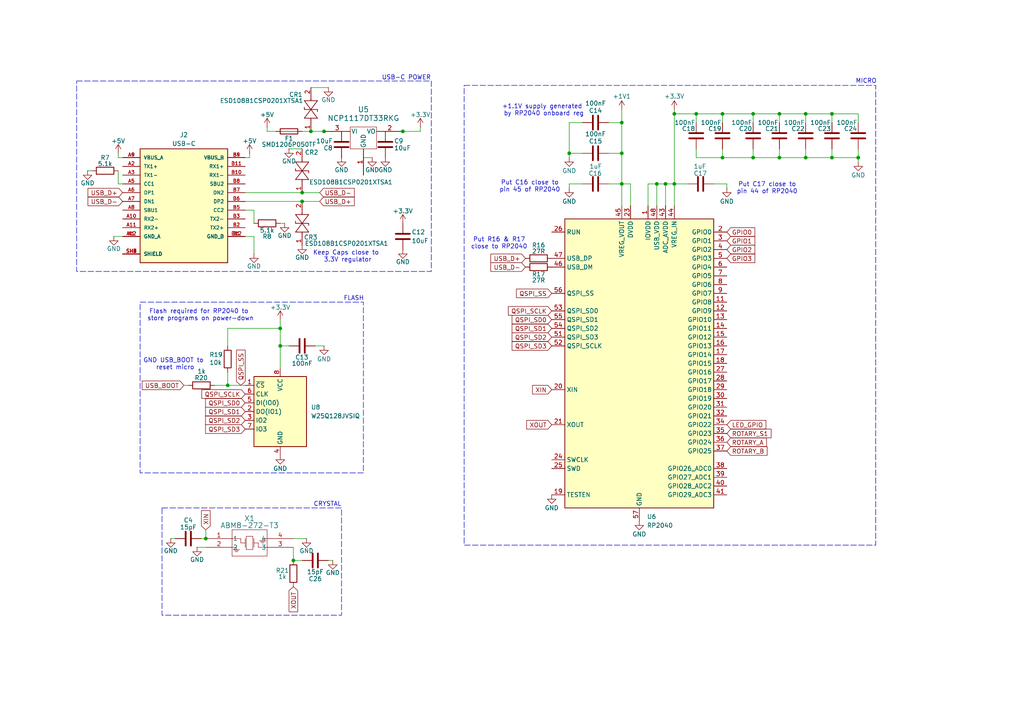
<source format=kicad_sch>
(kicad_sch (version 20231120) (generator "eeschema") (generator_version "8.0")
  (paper "A4")
  (title_block (title "SwiftK") (date "2024-10-24") (rev "v2.0.0") (company "Rullo Co."))
  (lib_symbols
    (symbol "Abracon_LLC_ABM8-272-T3:ABM8-272-T3" (pin_names (offset 0.254))
      (property "Reference" "X" (at 12.7 7.62 0))
      (property "Value" "ABM8-272-T3" (at 12.7 5.08 0))
      (symbol "ABM8-272-T3_0_1"
        (polyline (pts (xy 7.62 -5.08) (xy 17.78 -5.08)) (stroke (width 0.127)))
        (polyline (pts (xy 7.62 -2.54) (xy 8.89 -2.54)) (stroke (width 0.127)))
        (polyline (pts (xy 7.62 2.54) (xy 7.62 -5.08)) (stroke (width 0.127)))
        (polyline (pts (xy 7.9375 -3.175) (xy 9.8425 -3.175)) (stroke (width 0.127)))
        (polyline (pts (xy 8.255 -3.4925) (xy 9.525 -3.4925)) (stroke (width 0.127)))
        (polyline (pts (xy 8.5725 -3.81) (xy 9.2075 -3.81)) (stroke (width 0.127)))
        (polyline (pts (xy 8.89 -2.54) (xy 8.89 -3.175)) (stroke (width 0.127)))
        (polyline (pts (xy 10.16 -1.27) (xy 10.16 0)) (stroke (width 0.127)))
        (polyline (pts (xy 10.16 0) (xy 7.62 0)) (stroke (width 0.127)))
        (polyline (pts (xy 11.43 -1.27) (xy 10.16 -1.27)) (stroke (width 0.127)))
        (polyline (pts (xy 11.43 0) (xy 11.43 -2.54)) (stroke (width 0.127)))
        (polyline (pts (xy 11.7475 -3.175) (xy 13.6525 -3.175)) (stroke (width 0.127)))
        (polyline (pts (xy 11.7475 0.635) (xy 11.7475 -3.175)) (stroke (width 0.127)))
        (polyline (pts (xy 13.6525 -3.175) (xy 13.6525 0.635)) (stroke (width 0.127)))
        (polyline (pts (xy 13.6525 0.635) (xy 11.7475 0.635)) (stroke (width 0.127)))
        (polyline (pts (xy 13.97 -1.27) (xy 15.24 -1.27)) (stroke (width 0.127)))
        (polyline (pts (xy 13.97 0) (xy 13.97 -2.54)) (stroke (width 0.127)))
        (polyline (pts (xy 15.24 -2.54) (xy 17.78 -2.54)) (stroke (width 0.127)))
        (polyline (pts (xy 15.24 -1.27) (xy 15.24 -2.54)) (stroke (width 0.127)))
        (polyline (pts (xy 16.51 0) (xy 16.51 -0.635)) (stroke (width 0.127)))
        (polyline (pts (xy 16.8275 -1.27) (xy 16.1925 -1.27)) (stroke (width 0.127)))
        (polyline (pts (xy 17.145 -0.9525) (xy 15.875 -0.9525)) (stroke (width 0.127)))
        (polyline (pts (xy 17.4625 -0.635) (xy 15.5575 -0.635)) (stroke (width 0.127)))
        (polyline (pts (xy 17.78 -5.08) (xy 17.78 2.54)) (stroke (width 0.127)))
        (polyline (pts (xy 17.78 0) (xy 16.51 0)) (stroke (width 0.127)))
        (polyline (pts (xy 17.78 2.54) (xy 7.62 2.54)) (stroke (width 0.127)))
        (pin unspecified line (at 0 0 0) (length 7.62) (name "1") (number "1"))
        (pin unspecified line (at 0 -2.54 0) (length 7.62) (name "2") (number "2"))
        (pin unspecified line (at 25.4 -2.54 180) (length 7.62) (name "3") (number "3"))
        (pin unspecified line (at 25.4 0 180) (length 7.62) (name "4") (number "4"))
      )
    )
    (symbol "Device:C" (pin_numbers hide) (pin_names (offset 0.254))
      (property "Reference" "C" (at 0.635 2.54 0))
      (property "Value" "C" (at 0.635 -2.54 0))
      (symbol "C_0_1"
        (polyline (pts (xy -2.032 -0.762) (xy 2.032 -0.762)) (stroke (width 0.508)))
        (polyline (pts (xy -2.032 0.762) (xy 2.032 0.762)) (stroke (width 0.508)))
      )
      (symbol "C_1_1"
        (pin passive line (at 0 3.81 270) (length 2.794) (name "~") (number "1"))
        (pin passive line (at 0 -3.81 90) (length 2.794) (name "~") (number "2"))
      )
    )
    (symbol "Device:Fuse" (pin_numbers hide) (pin_names (offset 0))
      (property "Reference" "F" (at 2.032 0 90))
      (property "Value" "Fuse" (at -1.905 0 90))
      (symbol "Fuse_0_1"
        (rectangle (start -0.762 -2.54) (end 0.762 2.54) (stroke (width 0.254)))
        (polyline (pts (xy 0 2.54) (xy 0 -2.54)))
      )
      (symbol "Fuse_1_1"
        (pin passive line (at 0 3.81 270) (length 1.27) (name "~") (number "1"))
        (pin passive line (at 0 -3.81 90) (length 1.27) (name "~") (number "2"))
      )
    )
    (symbol "Device:R" (pin_numbers hide) (pin_names (offset 0))
      (property "Reference" "R" (at 2.032 0 90))
      (property "Value" "R" (at 0 0 90))
      (symbol "R_0_1"
        (rectangle (start -1.016 -2.54) (end 1.016 2.54) (stroke (width 0.254)))
      )
      (symbol "R_1_1"
        (pin passive line (at 0 3.81 270) (length 1.27) (name "~") (number "1"))
        (pin passive line (at 0 -3.81 90) (length 1.27) (name "~") (number "2"))
      )
    )
    (symbol "Infineon_ESD108B1CSP0201XTSA1:ESD108B1CSP0201XTSA1" (pin_names (offset 0.254))
      (property "Reference" "CR" (at 6.35 5.08 0))
      (property "Value" "ESD108B1CSP0201XTSA1" (at 6.35 -3.81 0))
      (symbol "ESD108B1CSP0201XTSA1_0_1"
        (polyline (pts (xy 2.54 0) (xy 3.4798 0)) (stroke (width 0.2032)))
        (polyline (pts (xy 3.175 0) (xy 3.81 0)) (stroke (width 0.2032)))
        (polyline (pts (xy 3.81 -1.905) (xy 6.35 0)) (stroke (width 0.2032)))
        (polyline (pts (xy 3.81 1.905) (xy 3.81 -1.905)) (stroke (width 0.2032)))
        (polyline (pts (xy 6.35 -1.905) (xy 5.715 -1.905)) (stroke (width 0.2032)))
        (polyline (pts (xy 6.35 0) (xy 3.81 1.905)) (stroke (width 0.2032)))
        (polyline (pts (xy 6.35 0) (xy 8.89 -1.905)) (stroke (width 0.2032)))
        (polyline (pts (xy 6.35 1.905) (xy 6.35 -1.905)) (stroke (width 0.2032)))
        (polyline (pts (xy 6.35 1.905) (xy 6.985 1.905)) (stroke (width 0.2032)))
        (polyline (pts (xy 8.89 -1.905) (xy 8.89 1.905)) (stroke (width 0.2032)))
        (polyline (pts (xy 8.89 1.905) (xy 6.35 0)) (stroke (width 0.2032)))
        (polyline (pts (xy 9.525 0) (xy 8.89 0)) (stroke (width 0.2032)))
        (polyline (pts (xy 10.16 0) (xy 9.2202 0)) (stroke (width 0.2032)))
        (pin unspecified line (at 12.7 0 180) (length 2.54) (name "") (number "1"))
        (pin unspecified line (at 0 0 0) (length 2.54) (name "") (number "2"))
      )
    )
    (symbol "MCU_RaspberryPi:RP2040"
      (property "Reference" "U" (at 17.78 45.72 0))
      (property "Value" "RP2040" (at 17.78 43.18 0))
      (symbol "RP2040_0_1"
        (rectangle (start -21.59 41.91) (end 21.59 -41.91) (stroke (width 0.254)) (fill (type background)))
      )
      (symbol "RP2040_1_1"
        (pin power_in line (at 2.54 45.72 270) (length 3.81) (name "IOVDD") (number "1"))
        (pin passive line (at 2.54 45.72 270) (length 3.81) hide (name "IOVDD") (number "10"))
        (pin bidirectional line (at 25.4 17.78 180) (length 3.81) (name "GPIO8") (number "11"))
        (pin bidirectional line (at 25.4 15.24 180) (length 3.81) (name "GPIO9") (number "12"))
        (pin bidirectional line (at 25.4 12.7 180) (length 3.81) (name "GPIO10") (number "13"))
        (pin bidirectional line (at 25.4 10.16 180) (length 3.81) (name "GPIO11") (number "14"))
        (pin bidirectional line (at 25.4 7.62 180) (length 3.81) (name "GPIO12") (number "15"))
        (pin bidirectional line (at 25.4 5.08 180) (length 3.81) (name "GPIO13") (number "16"))
        (pin bidirectional line (at 25.4 2.54 180) (length 3.81) (name "GPIO14") (number "17"))
        (pin bidirectional line (at 25.4 0 180) (length 3.81) (name "GPIO15") (number "18"))
        (pin input line (at -25.4 -38.1 0) (length 3.81) (name "TESTEN") (number "19"))
        (pin bidirectional line (at 25.4 38.1 180) (length 3.81) (name "GPIO0") (number "2"))
        (pin input line (at -25.4 -7.62 0) (length 3.81) (name "XIN") (number "20"))
        (pin passive line (at -25.4 -17.78 0) (length 3.81) (name "XOUT") (number "21"))
        (pin passive line (at 2.54 45.72 270) (length 3.81) hide (name "IOVDD") (number "22"))
        (pin power_in line (at -2.54 45.72 270) (length 3.81) (name "DVDD") (number "23"))
        (pin input line (at -25.4 -27.94 0) (length 3.81) (name "SWCLK") (number "24"))
        (pin bidirectional line (at -25.4 -30.48 0) (length 3.81) (name "SWD") (number "25"))
        (pin input line (at -25.4 38.1 0) (length 3.81) (name "RUN") (number "26"))
        (pin bidirectional line (at 25.4 -2.54 180) (length 3.81) (name "GPIO16") (number "27"))
        (pin bidirectional line (at 25.4 -5.08 180) (length 3.81) (name "GPIO17") (number "28"))
        (pin bidirectional line (at 25.4 -7.62 180) (length 3.81) (name "GPIO18") (number "29"))
        (pin bidirectional line (at 25.4 35.56 180) (length 3.81) (name "GPIO1") (number "3"))
        (pin bidirectional line (at 25.4 -10.16 180) (length 3.81) (name "GPIO19") (number "30"))
        (pin bidirectional line (at 25.4 -12.7 180) (length 3.81) (name "GPIO20") (number "31"))
        (pin bidirectional line (at 25.4 -15.24 180) (length 3.81) (name "GPIO21") (number "32"))
        (pin passive line (at 2.54 45.72 270) (length 3.81) hide (name "IOVDD") (number "33"))
        (pin bidirectional line (at 25.4 -17.78 180) (length 3.81) (name "GPIO22") (number "34"))
        (pin bidirectional line (at 25.4 -20.32 180) (length 3.81) (name "GPIO23") (number "35"))
        (pin bidirectional line (at 25.4 -22.86 180) (length 3.81) (name "GPIO24") (number "36"))
        (pin bidirectional line (at 25.4 -25.4 180) (length 3.81) (name "GPIO25") (number "37"))
        (pin bidirectional line (at 25.4 -30.48 180) (length 3.81) (name "GPIO26_ADC0") (number "38"))
        (pin bidirectional line (at 25.4 -33.02 180) (length 3.81) (name "GPIO27_ADC1") (number "39"))
        (pin bidirectional line (at 25.4 33.02 180) (length 3.81) (name "GPIO2") (number "4"))
        (pin bidirectional line (at 25.4 -35.56 180) (length 3.81) (name "GPIO28_ADC2") (number "40"))
        (pin bidirectional line (at 25.4 -38.1 180) (length 3.81) (name "GPIO29_ADC3") (number "41"))
        (pin passive line (at 2.54 45.72 270) (length 3.81) hide (name "IOVDD") (number "42"))
        (pin power_in line (at 7.62 45.72 270) (length 3.81) (name "ADC_AVDD") (number "43"))
        (pin power_in line (at 10.16 45.72 270) (length 3.81) (name "VREG_IN") (number "44"))
        (pin power_out line (at -5.08 45.72 270) (length 3.81) (name "VREG_VOUT") (number "45"))
        (pin bidirectional line (at -25.4 27.94 0) (length 3.81) (name "USB_DM") (number "46"))
        (pin bidirectional line (at -25.4 30.48 0) (length 3.81) (name "USB_DP") (number "47"))
        (pin power_in line (at 5.08 45.72 270) (length 3.81) (name "USB_VDD") (number "48"))
        (pin passive line (at 2.54 45.72 270) (length 3.81) hide (name "IOVDD") (number "49"))
        (pin bidirectional line (at 25.4 30.48 180) (length 3.81) (name "GPIO3") (number "5"))
        (pin passive line (at -2.54 45.72 270) (length 3.81) hide (name "DVDD") (number "50"))
        (pin bidirectional line (at -25.4 7.62 0) (length 3.81) (name "QSPI_SD3") (number "51"))
        (pin output line (at -25.4 5.08 0) (length 3.81) (name "QSPI_SCLK") (number "52"))
        (pin bidirectional line (at -25.4 15.24 0) (length 3.81) (name "QSPI_SD0") (number "53"))
        (pin bidirectional line (at -25.4 10.16 0) (length 3.81) (name "QSPI_SD2") (number "54"))
        (pin bidirectional line (at -25.4 12.7 0) (length 3.81) (name "QSPI_SD1") (number "55"))
        (pin bidirectional line (at -25.4 20.32 0) (length 3.81) (name "QSPI_SS") (number "56"))
        (pin power_in line (at 0 -45.72 90) (length 3.81) (name "GND") (number "57"))
        (pin bidirectional line (at 25.4 27.94 180) (length 3.81) (name "GPIO4") (number "6"))
        (pin bidirectional line (at 25.4 25.4 180) (length 3.81) (name "GPIO5") (number "7"))
        (pin bidirectional line (at 25.4 22.86 180) (length 3.81) (name "GPIO6") (number "8"))
        (pin bidirectional line (at 25.4 20.32 180) (length 3.81) (name "GPIO7") (number "9"))
      )
    )
    (symbol "Memory_Flash:W25Q128JVS"
      (property "Reference" "U" (at -8.89 8.89 0))
      (property "Value" "W25Q128JVS" (at 7.62 8.89 0))
      (symbol "W25Q128JVS_0_1"
        (rectangle (start -7.62 10.16) (end 7.62 -10.16) (stroke (width 0.254)) (fill (type background)))
      )
      (symbol "W25Q128JVS_1_1"
        (pin input line (at -10.16 7.62 0) (length 2.54) (name "~{CS}") (number "1"))
        (pin bidirectional line (at -10.16 0 0) (length 2.54) (name "DO(IO1)") (number "2"))
        (pin bidirectional line (at -10.16 -2.54 0) (length 2.54) (name "IO2") (number "3"))
        (pin power_in line (at 0 -12.7 90) (length 2.54) (name "GND") (number "4"))
        (pin bidirectional line (at -10.16 2.54 0) (length 2.54) (name "DI(IO0)") (number "5"))
        (pin input line (at -10.16 5.08 0) (length 2.54) (name "CLK") (number "6"))
        (pin bidirectional line (at -10.16 -5.08 0) (length 2.54) (name "IO3") (number "7"))
        (pin power_in line (at 0 12.7 270) (length 2.54) (name "VCC") (number "8"))
      )
    )
    (symbol "onsemi_NCP1117DT33RKG:NCP1117DT33RKG" (pin_names (offset 0.254))
      (property "Reference" "U" (at 54.61 5.334 0))
      (property "Value" "NCP1117DT33RKG" (at 54.356 3.048 0))
      (symbol "NCP1117DT33RKG_0_1"
        (polyline (pts (xy 50.8 -5.08) (xy 58.42 -5.08)) (stroke (width 0.127)))
        (polyline (pts (xy 50.8 1.27) (xy 50.8 -5.08)) (stroke (width 0.127)))
        (polyline (pts (xy 58.42 -5.08) (xy 58.42 1.27)) (stroke (width 0.127)))
        (polyline (pts (xy 58.42 1.27) (xy 50.8 1.27)) (stroke (width 0.127)))
      )
      (symbol "NCP1117DT33RKG_1_1"
        (pin bidirectional line (at 54.61 -12.7 90) (length 7.62) (name "GND") (number "1"))
        (pin output line (at 66.04 0 180) (length 7.62) (name "VO") (number "2"))
        (pin input line (at 43.18 0 0) (length 7.62) (name "VI") (number "3"))
      )
    )
    (symbol "power:+1V1" (power) (pin_numbers hide) (pin_names (offset 0) hide)
      (property "Value" "+1V1" (at 0 3.556 0))
      (symbol "+1V1_0_1"
        (polyline (pts (xy -0.762 1.27) (xy 0 2.54)))
        (polyline (pts (xy 0 0) (xy 0 2.54)))
        (polyline (pts (xy 0 2.54) (xy 0.762 1.27)))
      )
      (symbol "+1V1_1_1"
        (pin power_in line (at 0 0 90) (length 0) (name "~") (number "1"))
      )
    )
    (symbol "power:+3.3V" (power) (pin_numbers hide) (pin_names (offset 0) hide)
      (property "Value" "+3.3V" (at 0 3.556 0))
      (symbol "+3.3V_0_1"
        (polyline (pts (xy -0.762 1.27) (xy 0 2.54)))
        (polyline (pts (xy 0 0) (xy 0 2.54)))
        (polyline (pts (xy 0 2.54) (xy 0.762 1.27)))
      )
      (symbol "+3.3V_1_1"
        (pin power_in line (at 0 0 90) (length 0) (name "~") (number "1"))
      )
    )
    (symbol "power:+5V" (power) (pin_numbers hide) (pin_names (offset 0) hide)
      (property "Value" "+5V" (at 0 3.556 0))
      (symbol "+5V_0_1"
        (polyline (pts (xy -0.762 1.27) (xy 0 2.54)))
        (polyline (pts (xy 0 0) (xy 0 2.54)))
        (polyline (pts (xy 0 2.54) (xy 0.762 1.27)))
      )
      (symbol "+5V_1_1"
        (pin power_in line (at 0 0 90) (length 0) (name "~") (number "1"))
      )
    )
    (symbol "power:GND" (power) (pin_numbers hide) (pin_names (offset 0) hide)
      (property "Value" "GND" (at 0 -3.81 0))
      (symbol "GND_0_1"
        (polyline (pts (xy 0 0) (xy 0 -1.27) (xy 1.27 -1.27) (xy 0 -2.54) (xy -1.27 -1.27) (xy 0 -1.27)))
      )
      (symbol "GND_1_1"
        (pin power_in line (at 0 0 270) (length 0) (name "~") (number "1"))
      )
    )
    (symbol "te_connectivity_2345986-1:2345986-1" (pin_names (offset 1.016))
      (property "Reference" "J" (at -12.7 16.002 0))
      (property "Value" "2345986-1" (at -12.7 -18.542 0))
      (symbol "2345986-1_0_0"
        (rectangle (start -12.7 -17.78) (end 12.7 15.24) (stroke (width 0.254)) (fill (type background)))
        (pin power_in line (at -17.78 -10.16 0) (length 5.08) (name "GND_A") (number "A1"))
        (pin bidirectional line (at -17.78 -5.08 0) (length 5.08) (name "RX2-") (number "A10"))
        (pin bidirectional line (at -17.78 -7.62 0) (length 5.08) (name "RX2+") (number "A11"))
        (pin power_in line (at -17.78 -10.16 0) (length 5.08) (name "GND_A") (number "A12"))
        (pin bidirectional line (at -17.78 10.16 0) (length 5.08) (name "TX1+") (number "A2"))
        (pin bidirectional line (at -17.78 7.62 0) (length 5.08) (name "TX1-") (number "A3"))
        (pin power_in line (at -17.78 12.7 0) (length 5.08) (name "VBUS_A") (number "A4"))
        (pin bidirectional line (at -17.78 5.08 0) (length 5.08) (name "CC1") (number "A5"))
        (pin bidirectional line (at -17.78 2.54 0) (length 5.08) (name "DP1") (number "A6"))
        (pin bidirectional line (at -17.78 0 0) (length 5.08) (name "DN1") (number "A7"))
        (pin bidirectional line (at -17.78 -2.54 0) (length 5.08) (name "SBU1") (number "A8"))
        (pin power_in line (at -17.78 12.7 0) (length 5.08) (name "VBUS_A") (number "A9"))
        (pin power_in line (at 17.78 -10.16 180) (length 5.08) (name "GND_B") (number "B1"))
        (pin bidirectional line (at 17.78 7.62 180) (length 5.08) (name "RX1-") (number "B10"))
        (pin bidirectional line (at 17.78 10.16 180) (length 5.08) (name "RX1+") (number "B11"))
        (pin power_in line (at 17.78 -10.16 180) (length 5.08) (name "GND_B") (number "B12"))
        (pin bidirectional line (at 17.78 -7.62 180) (length 5.08) (name "TX2+") (number "B2"))
        (pin bidirectional line (at 17.78 -5.08 180) (length 5.08) (name "TX2-") (number "B3"))
        (pin power_in line (at 17.78 12.7 180) (length 5.08) (name "VBUS_B") (number "B4"))
        (pin bidirectional line (at 17.78 -2.54 180) (length 5.08) (name "CC2") (number "B5"))
        (pin bidirectional line (at 17.78 0 180) (length 5.08) (name "DP2") (number "B6"))
        (pin bidirectional line (at 17.78 2.54 180) (length 5.08) (name "DN2") (number "B7"))
        (pin bidirectional line (at 17.78 5.08 180) (length 5.08) (name "SBU2") (number "B8"))
        (pin power_in line (at 17.78 12.7 180) (length 5.08) (name "VBUS_B") (number "B9"))
        (pin passive line (at -17.78 -15.24 0) (length 5.08) (name "SHIELD") (number "SH1"))
        (pin passive line (at -17.78 -15.24 0) (length 5.08) (name "SHIELD") (number "SH2"))
        (pin passive line (at -17.78 -15.24 0) (length 5.08) (name "SHIELD") (number "SH3"))
        (pin passive line (at -17.78 -15.24 0) (length 5.08) (name "SHIELD") (number "SH4"))
      )
    )
  )
  (junction (at 81.28 100.33))
  (junction (at 195.58 33.02))
  (junction (at 248.92 45.72))
  (junction (at 241.3 45.72))
  (junction (at 90.17 38.1))
  (junction (at 165.1 44.45))
  (junction (at 180.34 44.45))
  (junction (at 180.34 35.56))
  (junction (at 233.68 45.72))
  (junction (at 180.34 53.34))
  (junction (at 218.44 45.72))
  (junction (at 226.06 45.72))
  (junction (at 59.69 156.21))
  (junction (at 195.58 53.34))
  (junction (at 233.68 33.02))
  (junction (at 85.09 162.56))
  (junction (at 241.3 33.02))
  (junction (at 66.04 111.76))
  (junction (at 226.06 33.02))
  (junction (at 87.63 55.88))
  (junction (at 201.93 33.02))
  (junction (at 81.28 95.25))
  (junction (at 87.63 58.42))
  (junction (at 209.55 33.02))
  (junction (at 190.5 53.34))
  (junction (at 193.04 53.34))
  (junction (at 93.98 38.1))
  (junction (at 209.55 45.72))
  (junction (at 116.84 38.1))
  (junction (at 218.44 33.02))
  (wire (pts (xy 72.39 45.72) (xy 72.39 44.45)))
  (wire (pts (xy 58.42 156.21) (xy 59.69 156.21)))
  (wire (pts (xy 87.63 38.1) (xy 90.17 38.1)))
  (wire (pts (xy 218.44 43.18) (xy 218.44 45.72)))
  (wire (pts (xy 71.12 55.88) (xy 87.63 55.88)))
  (wire (pts (xy 81.28 100.33) (xy 83.82 100.33)))
  (wire (pts (xy 195.58 53.34) (xy 199.39 53.34)))
  (wire (pts (xy 209.55 43.18) (xy 209.55 45.72)))
  (wire (pts (xy 73.66 64.77) (xy 73.66 60.96)))
  (wire (pts (xy 176.53 53.34) (xy 180.34 53.34)))
  (wire (pts (xy 248.92 35.56) (xy 248.92 33.02)))
  (wire (pts (xy 218.44 45.72) (xy 226.06 45.72)))
  (wire (pts (xy 87.63 55.88) (xy 92.71 55.88)))
  (wire (pts (xy 81.28 92.71) (xy 81.28 95.25)))
  (wire (pts (xy 87.63 58.42) (xy 92.71 58.42)))
  (wire (pts (xy 201.93 33.02) (xy 209.55 33.02)))
  (wire (pts (xy 168.91 35.56) (xy 165.1 35.56)))
  (wire (pts (xy 87.63 162.56) (xy 85.09 162.56)))
  (wire (pts (xy 90.17 38.1) (xy 93.98 38.1)))
  (wire (pts (xy 187.96 59.69) (xy 187.96 53.34)))
  (wire (pts (xy 66.04 95.25) (xy 81.28 95.25)))
  (wire (pts (xy 207.01 53.34) (xy 210.82 53.34)))
  (wire (pts (xy 187.96 53.34) (xy 190.5 53.34)))
  (wire (pts (xy 49.53 156.21) (xy 50.8 156.21)))
  (wire (pts (xy 165.1 35.56) (xy 165.1 44.45)))
  (wire (pts (xy 201.93 43.18) (xy 201.93 45.72)))
  (wire (pts (xy 209.55 33.02) (xy 218.44 33.02)))
  (wire (pts (xy 195.58 33.02) (xy 195.58 53.34)))
  (wire (pts (xy 165.1 44.45) (xy 168.91 44.45)))
  (wire (pts (xy 209.55 35.56) (xy 209.55 33.02)))
  (wire (pts (xy 81.28 64.77) (xy 82.55 64.77)))
  (wire (pts (xy 180.34 44.45) (xy 180.34 53.34)))
  (wire (pts (xy 180.34 44.45) (xy 176.53 44.45)))
  (wire (pts (xy 226.06 35.56) (xy 226.06 33.02)))
  (wire (pts (xy 81.28 100.33) (xy 81.28 106.68)))
  (wire (pts (xy 95.25 162.56) (xy 96.52 162.56)))
  (wire (pts (xy 248.92 46.99) (xy 248.92 45.72)))
  (wire (pts (xy 25.4 49.53) (xy 26.67 49.53)))
  (wire (pts (xy 241.3 43.18) (xy 241.3 45.72)))
  (wire (pts (xy 83.82 43.18) (xy 87.63 43.18)))
  (wire (pts (xy 226.06 33.02) (xy 233.68 33.02)))
  (wire (pts (xy 66.04 100.33) (xy 66.04 95.25)))
  (wire (pts (xy 34.29 49.53) (xy 34.29 53.34)))
  (wire (pts (xy 201.93 45.72) (xy 209.55 45.72)))
  (wire (pts (xy 180.34 31.75) (xy 180.34 35.56)))
  (wire (pts (xy 241.3 35.56) (xy 241.3 33.02)))
  (wire (pts (xy 190.5 53.34) (xy 193.04 53.34)))
  (wire (pts (xy 35.56 45.72) (xy 34.29 45.72)))
  (wire (pts (xy 201.93 35.56) (xy 201.93 33.02)))
  (wire (pts (xy 66.04 107.95) (xy 66.04 111.76)))
  (wire (pts (xy 218.44 33.02) (xy 226.06 33.02)))
  (wire (pts (xy 111.76 38.1) (xy 116.84 38.1)))
  (wire (pts (xy 226.06 43.18) (xy 226.06 45.72)))
  (wire (pts (xy 209.55 45.72) (xy 218.44 45.72)))
  (wire (pts (xy 105.41 50.8) (xy 105.41 45.72)))
  (wire (pts (xy 62.23 111.76) (xy 66.04 111.76)))
  (wire (pts (xy 72.39 45.72) (xy 71.12 45.72)))
  (wire (pts (xy 218.44 35.56) (xy 218.44 33.02)))
  (wire (pts (xy 165.1 44.45) (xy 165.1 45.72)))
  (wire (pts (xy 182.88 59.69) (xy 182.88 53.34)))
  (wire (pts (xy 34.29 53.34) (xy 35.56 53.34)))
  (wire (pts (xy 73.66 68.58) (xy 73.66 73.66)))
  (wire (pts (xy 180.34 53.34) (xy 180.34 59.69)))
  (wire (pts (xy 248.92 43.18) (xy 248.92 45.72)))
  (wire (pts (xy 35.56 68.58) (xy 33.02 68.58)))
  (wire (pts (xy 59.69 153.67) (xy 59.69 156.21)))
  (wire (pts (xy 190.5 53.34) (xy 190.5 59.69)))
  (wire (pts (xy 233.68 35.56) (xy 233.68 33.02)))
  (wire (pts (xy 77.47 38.1) (xy 80.01 38.1)))
  (wire (pts (xy 77.47 36.83) (xy 77.47 38.1)))
  (wire (pts (xy 34.29 45.72) (xy 34.29 44.45)))
  (wire (pts (xy 226.06 45.72) (xy 233.68 45.72)))
  (wire (pts (xy 71.12 68.58) (xy 73.66 68.58)))
  (wire (pts (xy 121.92 38.1) (xy 121.92 36.83)))
  (wire (pts (xy 180.34 35.56) (xy 180.34 44.45)))
  (wire (pts (xy 73.66 60.96) (xy 71.12 60.96)))
  (wire (pts (xy 195.58 33.02) (xy 201.93 33.02)))
  (wire (pts (xy 99.06 38.1) (xy 93.98 38.1)))
  (wire (pts (xy 81.28 95.25) (xy 81.28 100.33)))
  (wire (pts (xy 71.12 58.42) (xy 87.63 58.42)))
  (wire (pts (xy 193.04 53.34) (xy 193.04 59.69)))
  (wire (pts (xy 53.34 111.76) (xy 54.61 111.76)))
  (wire (pts (xy 165.1 53.34) (xy 165.1 54.61)))
  (wire (pts (xy 57.15 158.75) (xy 59.69 158.75)))
  (wire (pts (xy 233.68 33.02) (xy 241.3 33.02)))
  (wire (pts (xy 182.88 53.34) (xy 180.34 53.34)))
  (wire (pts (xy 233.68 45.72) (xy 241.3 45.72)))
  (wire (pts (xy 193.04 53.34) (xy 195.58 53.34)))
  (wire (pts (xy 241.3 33.02) (xy 248.92 33.02)))
  (wire (pts (xy 241.3 45.72) (xy 248.92 45.72)))
  (wire (pts (xy 180.34 35.56) (xy 176.53 35.56)))
  (wire (pts (xy 233.68 43.18) (xy 233.68 45.72)))
  (wire (pts (xy 85.09 158.75) (xy 85.09 162.56)))
  (wire (pts (xy 195.58 31.75) (xy 195.58 33.02)))
  (wire (pts (xy 105.41 45.72) (xy 107.95 45.72)))
  (wire (pts (xy 116.84 38.1) (xy 121.92 38.1)))
  (wire (pts (xy 85.09 156.21) (xy 88.9 156.21)))
  (wire (pts (xy 165.1 53.34) (xy 168.91 53.34)))
  (wire (pts (xy 195.58 53.34) (xy 195.58 59.69)))
  (wire (pts (xy 66.04 111.76) (xy 71.12 111.76)))
  (wire (pts (xy 210.82 53.34) (xy 210.82 54.61)))
  (wire (pts (xy 90.17 25.4) (xy 95.25 25.4)))
  (wire (pts (xy 91.44 100.33) (xy 93.98 100.33)))
  (rectangle (start 40.64 87.63) (end 105.41 137.16) (stroke (width 0) (type dash)))
  (rectangle (start 134.62 24.765) (end 254 158.115) (stroke (width 0) (type dash)))
  (rectangle (start 46.99 147.32) (end 99.06 178.435) (stroke (width 0) (type dash)))
  (rectangle (start 22.225 23.495) (end 125.095 78.74) (stroke (width 0) (type dash)))
  (text "Keep Caps close to \n3.3V regulator" (at 100.838 74.422 0) (effects (font (size 1.27 1.27))))
  (text "USB-C POWER" (at 117.856 22.606 0) (effects (font (size 1.27 1.27))))
  (text "Put C16 close to\npin 45 of RP2040" (at 153.67 54.102 0) (effects (font (size 1.27 1.27))))
  (text "Flash required for RP2040 to \nstore programs on power-down" (at 58.166 91.44 0) (effects (font (size 1.27 1.27))))
  (text "FLASH" (at 102.616 86.614 0) (effects (font (size 1.27 1.27))))
  (text "CRYSTAL" (at 94.996 146.304 0) (effects (font (size 1.27 1.27))))
  (text "GND USB_BOOT to \nreset micro" (at 50.8 105.664 0) (effects (font (size 1.27 1.27))))
  (text "MICRO" (at 251.206 23.622 0) (effects (font (size 1.27 1.27))))
  (text "Put C17 close to\npin 44 of RP2040" (at 222.504 54.61 0) (effects (font (size 1.27 1.27))))
  (text "Put R16 & R17\nclose to RP2040" (at 144.78 70.612 0) (effects (font (size 1.27 1.27))))
  (text "+1.1V supply generated \nby RP2040 onboard reg" (at 157.734 32.004 0) (effects (font (size 1.27 1.27))))
  (global_label "XOUT" (shape input) (at 85.09 170.18 270) (property "Intersheetrefs" "${INTERSHEET_REFS}" (effects (hide yes))))
  (global_label "GPIO0" (shape input) (at 210.82 67.31 0) (property "Intersheetrefs" "${INTERSHEET_REFS}" (effects (hide yes))))
  (global_label "QSPI_SD0" (shape input) (at 160.02 92.71 180) (property "Intersheetrefs" "${INTERSHEET_REFS}" (effects (hide yes))))
  (global_label "QSPI_SS" (shape input) (at 160.02 85.09 180) (property "Intersheetrefs" "${INTERSHEET_REFS}" (effects (hide yes))))
  (global_label "USB_D-" (shape input) (at 35.56 58.42 180) (property "Intersheetrefs" "${INTERSHEET_REFS}" (effects (hide yes))))
  (global_label "QSPI_SD1" (shape input) (at 71.12 119.38 180) (property "Intersheetrefs" "${INTERSHEET_REFS}" (effects (hide yes))))
  (global_label "QSPI_SCLK" (shape input) (at 160.02 90.17 180) (property "Intersheetrefs" "${INTERSHEET_REFS}" (effects (hide yes))))
  (global_label "QSPI_SS" (shape input) (at 69.85 111.76 90) (property "Intersheetrefs" "${INTERSHEET_REFS}" (effects (hide yes))))
  (global_label "USB_D+" (shape input) (at 35.56 55.88 180) (property "Intersheetrefs" "${INTERSHEET_REFS}" (effects (hide yes))))
  (global_label "GPIO1" (shape input) (at 210.82 69.85 0) (property "Intersheetrefs" "${INTERSHEET_REFS}" (effects (hide yes))))
  (global_label "QSPI_SD3" (shape input) (at 71.12 124.46 180) (property "Intersheetrefs" "${INTERSHEET_REFS}" (effects (hide yes))))
  (global_label "USB_BOOT" (shape input) (at 53.34 111.76 180) (property "Intersheetrefs" "${INTERSHEET_REFS}" (effects (hide yes))))
  (global_label "ROTARY_B" (shape input) (at 210.82 130.81 0) (property "Intersheetrefs" "${INTERSHEET_REFS}" (effects (hide yes))))
  (global_label "QSPI_SD3" (shape input) (at 160.02 100.33 180) (property "Intersheetrefs" "${INTERSHEET_REFS}" (effects (hide yes))))
  (global_label "QSPI_SD1" (shape input) (at 160.02 95.25 180) (property "Intersheetrefs" "${INTERSHEET_REFS}" (effects (hide yes))))
  (global_label "GPIO2" (shape input) (at 210.82 72.39 0) (property "Intersheetrefs" "${INTERSHEET_REFS}" (effects (hide yes))))
  (global_label "QSPI_SD0" (shape input) (at 71.12 116.84 180) (property "Intersheetrefs" "${INTERSHEET_REFS}" (effects (hide yes))))
  (global_label "LED_GPIO" (shape input) (at 210.82 123.19 0) (property "Intersheetrefs" "${INTERSHEET_REFS}" (effects (hide yes))))
  (global_label "ROTARY_A" (shape input) (at 210.82 128.27 0) (property "Intersheetrefs" "${INTERSHEET_REFS}" (effects (hide yes))))
  (global_label "USB_D-" (shape input) (at 92.71 55.88 0) (property "Intersheetrefs" "${INTERSHEET_REFS}" (effects (hide yes))))
  (global_label "USB_D+" (shape input) (at 152.4 74.93 180) (property "Intersheetrefs" "${INTERSHEET_REFS}" (effects (hide yes))))
  (global_label "GPIO3" (shape input) (at 210.82 74.93 0) (property "Intersheetrefs" "${INTERSHEET_REFS}" (effects (hide yes))))
  (global_label "USB_D-" (shape input) (at 152.4 77.47 180) (property "Intersheetrefs" "${INTERSHEET_REFS}" (effects (hide yes))))
  (global_label "QSPI_SD2" (shape input) (at 71.12 121.92 180) (property "Intersheetrefs" "${INTERSHEET_REFS}" (effects (hide yes))))
  (global_label "QSPI_SCLK" (shape input) (at 71.12 114.3 180) (property "Intersheetrefs" "${INTERSHEET_REFS}" (effects (hide yes))))
  (global_label "XIN" (shape input) (at 59.69 153.67 90) (property "Intersheetrefs" "${INTERSHEET_REFS}" (effects (hide yes))))
  (global_label "USB_D+" (shape input) (at 92.71 58.42 0) (property "Intersheetrefs" "${INTERSHEET_REFS}" (effects (hide yes))))
  (global_label "XIN" (shape input) (at 160.02 113.03 180) (property "Intersheetrefs" "${INTERSHEET_REFS}" (effects (hide yes))))
  (global_label "ROTARY_S1" (shape input) (at 210.82 125.73 0) (property "Intersheetrefs" "${INTERSHEET_REFS}" (effects (hide yes))))
  (global_label "XOUT" (shape input) (at 160.02 123.19 180) (property "Intersheetrefs" "${INTERSHEET_REFS}" (effects (hide yes))))
  (global_label "QSPI_SD2" (shape input) (at 160.02 97.79 180) (property "Intersheetrefs" "${INTERSHEET_REFS}" (effects (hide yes))))
  (symbol (lib_id "power:GND") (at 95.25 25.4 0) (unit 1)
    (property "Reference" "#PWR045" (effects (hide yes)))
    (property "Value" "GND" (at 95.25 28.956 0))
    (property "Description" "Power symbol creates a global label with name \"GND\" , ground" (effects (hide yes)))
  )
  (symbol (lib_id "power:GND") (at 81.28 132.08 0) (unit 1)
    (property "Reference" "#PWR037" (effects (hide yes)))
    (property "Value" "GND" (at 81.28 135.89 0))
    (property "Description" "Power symbol creates a global label with name \"GND\" , ground" (effects (hide yes)))
  )
  (symbol (lib_id "Device:R") (at 156.21 74.93 90) (unit 1)
    (property "Reference" "R16" (at 156.21 71.12 90))
    (property "Value" "27R" (at 156.21 72.898 90))
    (property "Footprint" "Resistor_SMD:R_1206_3216Metric" (effects (hide yes)))
    (property "Description" "UNI-ROYAL(Uniroyal Elec) 1206W4F270JT5E" (effects (hide yes)))
    (property "JLCPCB Part#" "C17946" (effects (hide yes)))
  )
  (symbol (lib_id "Device:R") (at 30.48 49.53 90) (unit 1)
    (property "Reference" "R7" (at 30.48 45.72 90))
    (property "Value" "5.1k" (at 30.48 47.498 90))
    (property "Footprint" "Resistor_SMD:R_0201_0603Metric" (effects (hide yes)))
    (property "Description" "LIZ Elec CR0201FH5101G" (effects (hide yes)))
    (property "JLCPCB Part#" "C100142" (effects (hide yes)))
  )
  (symbol (lib_id "power:GND") (at 111.76 45.72 0) (unit 1)
    (property "Reference" "#PWR029" (effects (hide yes)))
    (property "Value" "GND" (at 111.76 49.276 0))
    (property "Description" "Power symbol creates a global label with name \"GND\" , ground" (effects (hide yes)))
  )
  (symbol (lib_id "power:GND") (at 116.84 72.39 0) (unit 1)
    (property "Reference" "#PWR034" (effects (hide yes)))
    (property "Value" "GND" (at 116.84 75.946 0))
    (property "Description" "Power symbol creates a global label with name \"GND\" , ground" (effects (hide yes)))
  )
  (symbol (lib_id "power:+1V1") (at 180.34 31.75 0) (unit 1)
    (property "Reference" "#PWR038" (effects (hide yes)))
    (property "Value" "+1V1" (at 180.34 27.94 0))
    (property "Description" "Power symbol creates a global label with name \"+1V1\"" (effects (hide yes)))
  )
  (symbol (lib_id "Device:C") (at 172.72 44.45 90) (unit 1)
    (property "Reference" "C15" (at 174.6885 40.9575 90) (effects (justify left)))
    (property "Value" "100nF" (at 175.768 38.862 90) (effects (justify left)))
    (property "Footprint" "Capacitor_SMD:C_0201_0603Metric" (effects (hide yes)))
    (property "Description" "Murata Electronics GRM033R60J104KE19D" (effects (hide yes)))
    (property "JLCPCB Part#" "C76928" (effects (hide yes)))
  )
  (symbol (lib_id "onsemi_NCP1117DT33RKG:NCP1117DT33RKG") (at 50.8 38.1 0) (unit 1)
    (property "Reference" "U5" (at 105.41 31.75 0) (effects (font (size 1.524 1.524))))
    (property "Value" "NCP1117DT33RKG" (at 105.41 34.29 0) (effects (font (size 1.524 1.524))))
    (property "Footprint" "CAD_import_files:onsemi_NCP1117DT33RKG_S" (effects (hide yes)))
    (property "Datasheet" "NCP1117DT33RKG" (effects (hide yes)))
    (property "Description" "onsemi NCP1117DT33RKG" (effects (hide yes)))
    (property "JLCPCB Part#" "C88234" (effects (hide yes)))
  )
  (symbol (lib_id "power:GND") (at 185.42 151.13 0) (unit 1)
    (property "Reference" "#PWR022" (effects (hide yes)))
    (property "Value" "GND" (at 185.42 154.94 0))
    (property "Description" "Power symbol creates a global label with name \"GND\" , ground" (effects (hide yes)))
  )
  (symbol (lib_id "Infineon_ESD108B1CSP0201XTSA1:ESD108B1CSP0201XTSA1") (at 87.63 43.18 270) (unit 1)
    (property "Reference" "CR2" (at 88.392 44.196 90) (effects (justify left)))
    (property "Value" "ESD108B1CSP0201XTSA1" (at 89.662 52.832 90) (effects (justify left)))
    (property "Footprint" "CAD_import_files:Infineon_ESD108B1CSP0201XTSA1_L" (effects (hide yes)))
    (property "Description" "Infineon Technologies ESD108B1CSP0201XTSA1" (effects (hide yes)))
    (property "JLCPCB Part#" "C672056" (effects (hide yes)))
  )
  (symbol (lib_id "power:+3.3V") (at 121.92 36.83 0) (unit 1)
    (property "Reference" "#PWR028" (effects (hide yes)))
    (property "Value" "+3.3V" (at 121.92 33.274 0))
    (property "Description" "Power symbol creates a global label with name \"+3.3V\"" (effects (hide yes)))
  )
  (symbol (lib_id "power:GND") (at 88.9 156.21 0) (unit 1)
    (property "Reference" "#PWR050" (effects (hide yes)))
    (property "Value" "GND" (at 88.9 159.766 0))
    (property "Description" "Power symbol creates a global label with name \"GND\" , ground" (effects (hide yes)))
  )
  (symbol (lib_id "Device:C") (at 226.06 39.37 180) (unit 1)
    (property "Reference" "C21" (at 225.806 37.338 0) (effects (justify left)))
    (property "Value" "100nF" (at 225.806 35.56 0) (effects (justify left)))
    (property "Footprint" "Capacitor_SMD:C_0201_0603Metric" (effects (hide yes)))
    (property "Description" "Murata Electronics GRM033R60J104KE19D" (effects (hide yes)))
    (property "JLCPCB Part#" "C76928" (effects (hide yes)))
  )
  (symbol (lib_id "Device:C") (at 87.63 100.33 270) (unit 1)
    (property "Reference" "C13" (at 85.598 103.632 90) (effects (justify left)))
    (property "Value" "100nF" (at 84.582 105.41 90) (effects (justify left)))
    (property "Footprint" "Capacitor_SMD:C_0201_0603Metric" (effects (hide yes)))
    (property "Description" "Murata Electronics GRM033R60J104KE19D" (effects (hide yes)))
    (property "JLCPCB Part#" "C76928" (effects (hide yes)))
  )
  (symbol (lib_id "power:GND") (at 82.55 64.77 0) (unit 1)
    (property "Reference" "#PWR015" (effects (hide yes)))
    (property "Value" "GND" (at 82.55 68.326 0))
    (property "Description" "Power symbol creates a global label with name \"GND\" , ground" (effects (hide yes)))
  )
  (symbol (lib_id "Device:C") (at 91.44 162.56 270) (unit 1)
    (property "Reference" "C26" (at 91.44 167.894 90))
    (property "Value" "15pF" (at 91.44 165.862 90))
    (property "Footprint" "Capacitor_SMD:C_0603_1608Metric" (effects (hide yes)))
    (property "Description" "Samsung Electro-Mechanics CL10C150JB8NNNC" (effects (hide yes)))
    (property "JLCPCB Part#" "C1644" (effects (hide yes)))
  )
  (symbol (lib_id "Device:C") (at 111.76 41.91 0) (unit 1)
    (property "Reference" "C9" (at 114.3 40.894 0) (effects (justify left)))
    (property "Value" "10uF" (at 114.3 42.926 0) (effects (justify left)))
    (property "Footprint" "Capacitor_SMD:C_0603_1608Metric" (effects (hide yes)))
    (property "Description" "Taiyo Yuden LMK107BJ106MALTD" (effects (hide yes)))
    (property "JLCPCB Part#" "C18800" (effects (hide yes)))
  )
  (symbol (lib_id "power:GND") (at 93.98 100.33 0) (unit 1)
    (property "Reference" "#PWR036" (effects (hide yes)))
    (property "Value" "GND" (at 93.98 104.14 0))
    (property "Description" "Power symbol creates a global label with name \"GND\" , ground" (effects (hide yes)))
  )
  (symbol (lib_id "Device:C") (at 201.93 39.37 180) (unit 1)
    (property "Reference" "C18" (at 201.676 37.338 0) (effects (justify left)))
    (property "Value" "100nF" (at 201.676 35.56 0) (effects (justify left)))
    (property "Footprint" "Capacitor_SMD:C_0201_0603Metric" (effects (hide yes)))
    (property "Description" "Murata Electronics GRM033R60J104KE19D" (effects (hide yes)))
    (property "JLCPCB Part#" "C76928" (effects (hide yes)))
  )
  (symbol (lib_id "power:GND") (at 96.52 162.56 0) (unit 1)
    (property "Reference" "#PWR044" (effects (hide yes)))
    (property "Value" "GND" (at 96.52 166.116 0))
    (property "Description" "Power symbol creates a global label with name \"GND\" , ground" (effects (hide yes)))
  )
  (symbol (lib_id "Device:R") (at 156.21 77.47 90) (unit 1)
    (property "Reference" "R17" (at 156.21 79.502 90))
    (property "Value" "27R" (at 156.21 81.28 90))
    (property "Footprint" "Resistor_SMD:R_1206_3216Metric" (effects (hide yes)))
    (property "Description" "UNI-ROYAL(Uniroyal Elec) 1206W4F270JT5E" (effects (hide yes)))
    (property "JLCPCB Part#" "C17946" (effects (hide yes)))
  )
  (symbol (lib_id "power:GND") (at 33.02 68.58 0) (unit 1)
    (property "Reference" "#PWR019" (effects (hide yes)))
    (property "Value" "GND" (at 33.02 72.136 0))
    (property "Description" "Power symbol creates a global label with name \"GND\" , ground" (effects (hide yes)))
  )
  (symbol (lib_id "Infineon_ESD108B1CSP0201XTSA1:ESD108B1CSP0201XTSA1") (at 90.17 25.4 270) (unit 1)
    (property "Reference" "CR1" (at 83.82 27.432 90) (effects (justify left)))
    (property "Value" "ESD108B1CSP0201XTSA1" (at 63.754 29.21 90) (effects (justify left)))
    (property "Footprint" "CAD_import_files:Infineon_ESD108B1CSP0201XTSA1_L" (effects (hide yes)))
    (property "Description" "Infineon Technologies ESD108B1CSP0201XTSA1" (effects (hide yes)))
    (property "JLCPCB Part#" "C672056" (effects (hide yes)))
  )
  (symbol (lib_id "MCU_RaspberryPi:RP2040") (at 185.42 105.41 0) (unit 1)
    (property "Reference" "U6" (at 187.6141 149.86 0) (effects (justify left)))
    (property "Value" "RP2040" (at 187.6141 152.4 0) (effects (justify left)))
    (property "Footprint" "Package_DFN_QFN:QFN-56-1EP_7x7mm_P0.4mm_EP3.2x3.2mm" (effects (hide yes)))
    (property "Datasheet" "https://datasheets.raspberrypi.com/rp2040/rp2040-datasheet.pdf" (effects (hide yes)))
    (property "Description" "Raspberry Pi RP2040" (effects (hide yes)))
    (property "JLCPCB Part#" "C2040" (effects (hide yes)))
  )
  (symbol (lib_id "power:GND") (at 49.53 156.21 0) (unit 1)
    (property "Reference" "#PWR025" (effects (hide yes)))
    (property "Value" "GND" (at 49.53 159.766 0))
    (property "Description" "Power symbol creates a global label with name \"GND\" , ground" (effects (hide yes)))
  )
  (symbol (lib_id "power:GND") (at 160.02 143.51 0) (unit 1)
    (property "Reference" "#PWR039" (effects (hide yes)))
    (property "Value" "GND" (at 160.02 147.32 0))
    (property "Description" "Power symbol creates a global label with name \"GND\" , ground" (effects (hide yes)))
  )
  (symbol (lib_id "Device:R") (at 58.42 111.76 90) (unit 1)
    (property "Reference" "R20" (at 60.325 109.601 90) (effects (justify left)))
    (property "Value" "1k" (at 59.69 107.696 90) (effects (justify left)))
    (property "Footprint" "Resistor_SMD:R_0603_1608Metric" (effects (hide yes)))
    (property "Description" "UNI-ROYAL(Uniroyal Elec) 0603WAD1001T5E" (effects (hide yes)))
    (property "JLCPCB Part#" "C51218" (effects (hide yes)))
  )
  (symbol (lib_id "Device:C") (at 54.61 156.21 90) (unit 1)
    (property "Reference" "C4" (at 54.61 150.876 90))
    (property "Value" "15pF" (at 54.61 152.908 90))
    (property "Footprint" "Capacitor_SMD:C_0603_1608Metric" (effects (hide yes)))
    (property "Description" "Samsung Electro-Mechanics CL10C150JB8NNNC" (effects (hide yes)))
    (property "JLCPCB Part#" "C1644" (effects (hide yes)))
  )
  (symbol (lib_id "power:GND") (at 107.95 45.72 0) (unit 1)
    (property "Reference" "#PWR027" (effects (hide yes)))
    (property "Value" "GND" (at 107.95 49.276 0))
    (property "Description" "Power symbol creates a global label with name \"GND\" , ground" (effects (hide yes)))
  )
  (symbol (lib_id "Device:C") (at 172.72 35.56 90) (unit 1)
    (property "Reference" "C14" (at 174.6885 32.0675 90) (effects (justify left)))
    (property "Value" "100nF" (at 175.768 29.972 90) (effects (justify left)))
    (property "Footprint" "Capacitor_SMD:C_0201_0603Metric" (effects (hide yes)))
    (property "Description" "Murata Electronics GRM033R60J104KE19D" (effects (hide yes)))
    (property "JLCPCB Part#" "C76928" (effects (hide yes)))
  )
  (symbol (lib_id "Memory_Flash:W25Q128JVS") (at 81.28 119.38 0) (unit 1)
    (property "Reference" "U8" (at 90.17 118.1099 0) (effects (justify left)))
    (property "Value" "W25Q128JVSIQ" (at 90.17 120.6499 0) (effects (justify left)))
    (property "Footprint" "CAD_import_files:Winbond_Elec_W25Q128JVSIQ" (effects (hide yes)))
    (property "Description" "Winbond Elec W25Q128JVSIQ" (effects (hide yes)))
    (property "JLCPCB Part#" "C97521" (effects (hide yes)))
  )
  (symbol (lib_id "power:GND") (at 165.1 54.61 0) (unit 1)
    (property "Reference" "#PWR040" (effects (hide yes)))
    (property "Value" "GND" (at 165.1 58.42 0))
    (property "Description" "Power symbol creates a global label with name \"GND\" , ground" (effects (hide yes)))
  )
  (symbol (lib_id "power:+5V") (at 72.39 44.45 0) (unit 1)
    (property "Reference" "#PWR047" (effects (hide yes)))
    (property "Value" "+5V" (at 72.39 40.894 0))
    (property "Description" "Power symbol creates a global label with name \"+5V\"" (effects (hide yes)))
  )
  (symbol (lib_id "power:GND") (at 25.4 49.53 0) (unit 1)
    (property "Reference" "#PWR016" (effects (hide yes)))
    (property "Value" "GND" (at 25.4 53.086 0))
    (property "Description" "Power symbol creates a global label with name \"GND\" , ground" (effects (hide yes)))
  )
  (symbol (lib_id "Device:R") (at 85.09 166.37 0) (unit 1)
    (property "Reference" "R21" (at 81.915 165.481 0))
    (property "Value" "1k" (at 81.915 167.259 0))
    (property "Footprint" "Resistor_SMD:R_0603_1608Metric" (effects (hide yes)))
    (property "Description" "UNI-ROYAL(Uniroyal Elec) 0603WAD1001T5E" (effects (hide yes)))
    (property "JLCPCB Part#" "C51218" (effects (hide yes)))
  )
  (symbol (lib_id "Device:C") (at 209.55 39.37 180) (unit 1)
    (property "Reference" "C19" (at 209.296 37.338 0) (effects (justify left)))
    (property "Value" "100nF" (at 209.296 35.56 0) (effects (justify left)))
    (property "Footprint" "Capacitor_SMD:C_0201_0603Metric" (effects (hide yes)))
    (property "Description" "Murata Electronics GRM033R60J104KE19D" (effects (hide yes)))
    (property "JLCPCB Part#" "C76928" (effects (hide yes)))
  )
  (symbol (lib_id "power:GND") (at 165.1 45.72 0) (unit 1)
    (property "Reference" "#PWR023" (effects (hide yes)))
    (property "Value" "GND" (at 165.1 49.53 0))
    (property "Description" "Power symbol creates a global label with name \"GND\" , ground" (effects (hide yes)))
  )
  (symbol (lib_id "Device:C") (at 172.72 53.34 270) (unit 1)
    (property "Reference" "C16" (at 170.688 50.292 90) (effects (justify left)))
    (property "Value" "1uF" (at 170.942 48.26 90) (effects (justify left)))
    (property "Footprint" "Capacitor_SMD:C_0201_0603Metric" (effects (hide yes)))
    (property "Description" "Murata Electronics GRM033R60J105KEA2D" (effects (hide yes)))
    (property "JLCPCB Part#" "C76929" (effects (hide yes)))
  )
  (symbol (lib_id "power:+3.3V") (at 116.84 64.77 0) (unit 1)
    (property "Reference" "#PWR033" (effects (hide yes)))
    (property "Value" "+3.3V" (at 116.84 61.214 0))
    (property "Description" "Power symbol creates a global label with name \"+3.3V\"" (effects (hide yes)))
  )
  (symbol (lib_id "power:GND") (at 57.15 158.75 0) (unit 1)
    (property "Reference" "#PWR049" (effects (hide yes)))
    (property "Value" "GND" (at 57.15 162.306 0))
    (property "Description" "Power symbol creates a global label with name \"GND\" , ground" (effects (hide yes)))
  )
  (symbol (lib_id "Abracon_LLC_ABM8-272-T3:ABM8-272-T3") (at 59.69 156.21 0) (unit 1)
    (property "Reference" "X1" (at 72.39 150.368 0) (effects (font (size 1.524 1.524))))
    (property "Value" "ABM8-272-T3" (at 72.39 152.4 0) (effects (font (size 1.524 1.524))))
    (property "Footprint" "CAD_import_files:Abracon_LLC_ABM8-272-T3" (effects (hide yes)))
    (property "Datasheet" "ABM8-272-T3" (effects (hide yes)))
    (property "Description" "Abracon LLC ABM8-272-T3" (effects (hide yes)))
    (property "JLCPCB Part#" "C20625731" (effects (hide yes)))
  )
  (symbol (lib_id "Device:C") (at 233.68 39.37 180) (unit 1)
    (property "Reference" "C22" (at 233.426 37.338 0) (effects (justify left)))
    (property "Value" "100nF" (at 233.426 35.56 0) (effects (justify left)))
    (property "Footprint" "Capacitor_SMD:C_0201_0603Metric" (effects (hide yes)))
    (property "Description" "Murata Electronics GRM033R60J104KE19D" (effects (hide yes)))
    (property "JLCPCB Part#" "C76928" (effects (hide yes)))
  )
  (symbol (lib_id "power:GND") (at 73.66 73.66 0) (unit 1)
    (property "Reference" "#PWR046" (effects (hide yes)))
    (property "Value" "GND" (at 73.66 77.216 0))
    (property "Description" "Power symbol creates a global label with name \"GND\" , ground" (effects (hide yes)))
  )
  (symbol (lib_id "power:+3.3V") (at 195.58 31.75 0) (unit 1)
    (property "Reference" "#PWR042" (effects (hide yes)))
    (property "Value" "+3.3V" (at 195.58 27.94 0))
    (property "Description" "Power symbol creates a global label with name \"+3.3V\"" (effects (hide yes)))
  )
  (symbol (lib_id "power:+3.3V") (at 81.28 92.71 0) (unit 1)
    (property "Reference" "#PWR035" (effects (hide yes)))
    (property "Value" "+3.3V" (at 81.28 89.154 0))
    (property "Description" "Power symbol creates a global label with name \"+3.3V\"" (effects (hide yes)))
  )
  (symbol (lib_id "Device:R") (at 77.47 64.77 270) (unit 1)
    (property "Reference" "R8" (at 77.47 68.58 90))
    (property "Value" "5.1k" (at 77.47 66.802 90))
    (property "Footprint" "Resistor_SMD:R_0201_0603Metric" (effects (hide yes)))
    (property "Description" "LIZ Elec CR0201FH5101G" (effects (hide yes)))
    (property "JLCPCB Part#" "C100142" (effects (hide yes)))
  )
  (symbol (lib_id "Device:R") (at 66.04 104.14 0) (unit 1)
    (property "Reference" "R19" (at 60.706 102.87 0) (effects (justify left)))
    (property "Value" "10k" (at 60.706 105.156 0) (effects (justify left)))
    (property "Footprint" "Resistor_SMD:R_0603_1608Metric" (effects (hide yes)))
    (property "Description" "UNI-ROYAL(Uniroyal Elec) 0603WAJ0103T5E" (effects (hide yes)))
    (property "JLCPCB Part#" "C15401" (effects (hide yes)))
  )
  (symbol (lib_id "Infineon_ESD108B1CSP0201XTSA1:ESD108B1CSP0201XTSA1") (at 87.63 58.42 270) (unit 1)
    (property "Reference" "CR3" (at 88.138 68.834 90) (effects (justify left)))
    (property "Value" "ESD108B1CSP0201XTSA1" (at 88.392 70.612 90) (effects (justify left)))
    (property "Footprint" "CAD_import_files:Infineon_ESD108B1CSP0201XTSA1_L" (effects (hide yes)))
    (property "Description" "Infineon Technologies ESD108B1CSP0201XTSA1" (effects (hide yes)))
    (property "JLCPCB Part#" "C672056" (effects (hide yes)))
  )
  (symbol (lib_id "Device:Fuse") (at 83.82 38.1 90) (unit 1)
    (property "Reference" "F1" (at 83.82 40.132 90))
    (property "Value" "SMD1206P050TF" (at 83.82 41.91 90))
    (property "Footprint" "Fuse:Fuse_1206_3216Metric" (effects (hide yes)))
    (property "Description" "RUILON(Shenzhen Ruilongyuan Elec) SMD1206P050TF" (effects (hide yes)))
    (property "JLCPCB Part#" "C20799" (effects (hide yes)))
  )
  (symbol (lib_id "power:+5V") (at 34.29 44.45 0) (unit 1)
    (property "Reference" "#PWR048" (effects (hide yes)))
    (property "Value" "+5V" (at 34.29 40.894 0))
    (property "Description" "Power symbol creates a global label with name \"+5V\"" (effects (hide yes)))
  )
  (symbol (lib_id "Device:C") (at 248.92 39.37 180) (unit 1)
    (property "Reference" "C24" (at 248.666 37.338 0) (effects (justify left)))
    (property "Value" "100nF" (at 248.666 35.56 0) (effects (justify left)))
    (property "Footprint" "Capacitor_SMD:C_0201_0603Metric" (effects (hide yes)))
    (property "Description" "Murata Electronics GRM033R60J104KE19D" (effects (hide yes)))
    (property "JLCPCB Part#" "C76928" (effects (hide yes)))
  )
  (symbol (lib_id "te_connectivity_2345986-1:2345986-1") (at 53.34 58.42 0) (unit 1)
    (property "Reference" "J2" (at 53.34 39.116 0))
    (property "Value" "USB-C" (at 53.34 41.656 0))
    (property "Footprint" "CAD_import_files:te_connectivity_2345986-1" (effects (hide yes)))
    (property "Description" "TE Connectivity 2345986-1" (effects (hide yes)))
    (property "JLCPCB Part#" "C5382687" (effects (hide yes)))
  )
  (symbol (lib_id "Device:C") (at 241.3 39.37 180) (unit 1)
    (property "Reference" "C23" (at 241.046 37.338 0) (effects (justify left)))
    (property "Value" "100nF" (at 241.046 35.56 0) (effects (justify left)))
    (property "Footprint" "Capacitor_SMD:C_0201_0603Metric" (effects (hide yes)))
    (property "Description" "Murata Electronics GRM033R60J104KE19D" (effects (hide yes)))
    (property "JLCPCB Part#" "C76928" (effects (hide yes)))
  )
  (symbol (lib_id "Device:C") (at 203.2 53.34 270) (unit 1)
    (property "Reference" "C17" (at 201.168 50.292 90) (effects (justify left)))
    (property "Value" "1uF" (at 201.168 48.26 90) (effects (justify left)))
    (property "Footprint" "Capacitor_SMD:C_0201_0603Metric" (effects (hide yes)))
    (property "Description" "Murata Electronics GRM033R60J105KEA2D" (effects (hide yes)))
    (property "JLCPCB Part#" "C76929" (effects (hide yes)))
  )
  (symbol (lib_id "Device:C") (at 99.06 41.91 180) (unit 1)
    (property "Reference" "C8" (at 96.52 42.926 0) (effects (justify left)))
    (property "Value" "10uF" (at 96.52 40.894 0) (effects (justify left)))
    (property "Footprint" "Capacitor_SMD:C_0603_1608Metric" (effects (hide yes)))
    (property "Description" "Taiyo Yuden LMK107BJ106MALTD" (effects (hide yes)))
    (property "JLCPCB Part#" "C18800" (effects (hide yes)))
  )
  (symbol (lib_id "power:+5V") (at 77.47 36.83 0) (unit 1)
    (property "Reference" "#PWR024" (effects (hide yes)))
    (property "Value" "+5V" (at 77.47 33.274 0))
    (property "Description" "Power symbol creates a global label with name \"+5V\"" (effects (hide yes)))
  )
  (symbol (lib_id "Device:C") (at 116.84 68.58 0) (unit 1)
    (property "Reference" "C12" (at 119.38 67.31 0) (effects (justify left)))
    (property "Value" "10uF" (at 119.38 69.85 0) (effects (justify left)))
    (property "Footprint" "Capacitor_SMD:C_0603_1608Metric" (effects (hide yes)))
    (property "Description" "Taiyo Yuden LMK107BJ106MALTD" (effects (hide yes)))
    (property "JLCPCB Part#" "C18800" (effects (hide yes)))
  )
  (symbol (lib_id "power:GND") (at 83.82 43.18 0) (unit 1)
    (property "Reference" "#PWR031" (effects (hide yes)))
    (property "Value" "GND" (at 83.82 46.736 0))
    (property "Description" "Power symbol creates a global label with name \"GND\" , ground" (effects (hide yes)))
  )
  (symbol (lib_id "power:GND") (at 99.06 45.72 0) (unit 1)
    (property "Reference" "#PWR026" (effects (hide yes)))
    (property "Value" "GND" (at 99.06 49.276 0))
    (property "Description" "Power symbol creates a global label with name \"GND\" , ground" (effects (hide yes)))
  )
  (symbol (lib_id "power:GND") (at 248.92 46.99 0) (unit 1)
    (property "Reference" "#PWR043" (effects (hide yes)))
    (property "Value" "GND" (at 248.92 50.8 0))
    (property "Description" "Power symbol creates a global label with name \"GND\" , ground" (effects (hide yes)))
  )
  (symbol (lib_id "power:GND") (at 210.82 54.61 0) (unit 1)
    (property "Reference" "#PWR041" (effects (hide yes)))
    (property "Value" "GND" (at 210.82 58.42 0))
    (property "Description" "Power symbol creates a global label with name \"GND\" , ground" (effects (hide yes)))
  )
  (symbol (lib_id "power:GND") (at 87.63 71.12 0) (unit 1)
    (property "Reference" "#PWR032" (effects (hide yes)))
    (property "Value" "GND" (at 87.63 74.676 0))
    (property "Description" "Power symbol creates a global label with name \"GND\" , ground" (effects (hide yes)))
  )
  (symbol (lib_id "Device:C") (at 218.44 39.37 180) (unit 1)
    (property "Reference" "C20" (at 218.186 37.338 0) (effects (justify left)))
    (property "Value" "100nF" (at 218.186 35.56 0) (effects (justify left)))
    (property "Footprint" "Capacitor_SMD:C_0201_0603Metric" (effects (hide yes)))
    (property "Description" "Murata Electronics GRM033R60J104KE19D" (effects (hide yes)))
    (property "JLCPCB Part#" "C76928" (effects (hide yes)))
  )
)
</source>
